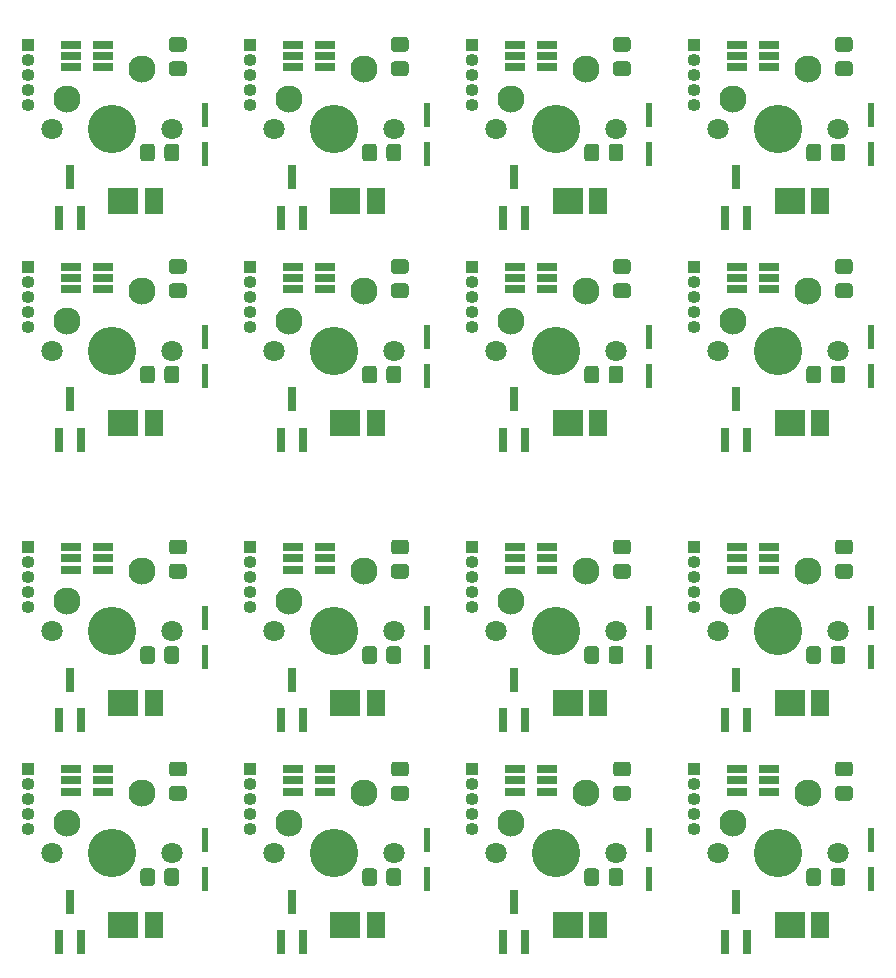
<source format=gbs>
%TF.GenerationSoftware,KiCad,Pcbnew,(5.1.6)-1*%
%TF.CreationDate,2021-05-22T18:41:59+09:00*%
%TF.ProjectId,TinyIR-Panel,54696e79-4952-42d5-9061-6e656c2e6b69,rev?*%
%TF.SameCoordinates,Original*%
%TF.FileFunction,Soldermask,Bot*%
%TF.FilePolarity,Negative*%
%FSLAX46Y46*%
G04 Gerber Fmt 4.6, Leading zero omitted, Abs format (unit mm)*
G04 Created by KiCad (PCBNEW (5.1.6)-1) date 2021-05-22 18:41:59*
%MOMM*%
%LPD*%
G01*
G04 APERTURE LIST*
%ADD10C,1.800000*%
%ADD11C,4.100000*%
%ADD12C,2.300000*%
%ADD13O,1.100000X1.100000*%
%ADD14R,1.100000X1.100000*%
%ADD15R,1.650000X2.300000*%
%ADD16R,2.600000X2.300000*%
%ADD17R,0.750000X2.100000*%
%ADD18R,0.600000X2.100000*%
%ADD19R,1.660000X0.750000*%
G04 APERTURE END LIST*
D10*
%TO.C,SW1*%
X155333000Y-111760000D03*
X145173000Y-111760000D03*
D11*
X150253000Y-111760000D03*
D12*
X146443000Y-109220000D03*
X152793000Y-106680000D03*
%TD*%
D13*
%TO.C,J1*%
X124341000Y-109728000D03*
X124341000Y-108458000D03*
X124341000Y-107188000D03*
X124341000Y-105918000D03*
D14*
X124341000Y-104648000D03*
%TD*%
D10*
%TO.C,SW1*%
X155333000Y-130560000D03*
X145173000Y-130560000D03*
D11*
X150253000Y-130560000D03*
D12*
X146443000Y-128020000D03*
X152793000Y-125480000D03*
%TD*%
D13*
%TO.C,J1*%
X105541000Y-109728000D03*
X105541000Y-108458000D03*
X105541000Y-107188000D03*
X105541000Y-105918000D03*
D14*
X105541000Y-104648000D03*
%TD*%
D10*
%TO.C,SW1*%
X98933000Y-130560000D03*
X88773000Y-130560000D03*
D11*
X93853000Y-130560000D03*
D12*
X90043000Y-128020000D03*
X96393000Y-125480000D03*
%TD*%
D10*
%TO.C,SW1*%
X117733000Y-130560000D03*
X107573000Y-130560000D03*
D11*
X112653000Y-130560000D03*
D12*
X108843000Y-128020000D03*
X115193000Y-125480000D03*
%TD*%
D10*
%TO.C,SW1*%
X136533000Y-130560000D03*
X126373000Y-130560000D03*
D11*
X131453000Y-130560000D03*
D12*
X127643000Y-128020000D03*
X133993000Y-125480000D03*
%TD*%
D10*
%TO.C,SW1*%
X117733000Y-111760000D03*
X107573000Y-111760000D03*
D11*
X112653000Y-111760000D03*
D12*
X108843000Y-109220000D03*
X115193000Y-106680000D03*
%TD*%
D10*
%TO.C,SW1*%
X136533000Y-111760000D03*
X126373000Y-111760000D03*
D11*
X131453000Y-111760000D03*
D12*
X127643000Y-109220000D03*
X133993000Y-106680000D03*
%TD*%
D13*
%TO.C,J1*%
X143141000Y-109728000D03*
X143141000Y-108458000D03*
X143141000Y-107188000D03*
X143141000Y-105918000D03*
D14*
X143141000Y-104648000D03*
%TD*%
%TO.C,R2*%
G36*
G01*
X98308000Y-133070262D02*
X98308000Y-132113738D01*
G75*
G02*
X98579738Y-131842000I271738J0D01*
G01*
X99286262Y-131842000D01*
G75*
G02*
X99558000Y-132113738I0J-271738D01*
G01*
X99558000Y-133070262D01*
G75*
G02*
X99286262Y-133342000I-271738J0D01*
G01*
X98579738Y-133342000D01*
G75*
G02*
X98308000Y-133070262I0J271738D01*
G01*
G37*
G36*
G01*
X96258000Y-133070262D02*
X96258000Y-132113738D01*
G75*
G02*
X96529738Y-131842000I271738J0D01*
G01*
X97236262Y-131842000D01*
G75*
G02*
X97508000Y-132113738I0J-271738D01*
G01*
X97508000Y-133070262D01*
G75*
G02*
X97236262Y-133342000I-271738J0D01*
G01*
X96529738Y-133342000D01*
G75*
G02*
X96258000Y-133070262I0J271738D01*
G01*
G37*
%TD*%
%TO.C,R2*%
G36*
G01*
X154708000Y-114270262D02*
X154708000Y-113313738D01*
G75*
G02*
X154979738Y-113042000I271738J0D01*
G01*
X155686262Y-113042000D01*
G75*
G02*
X155958000Y-113313738I0J-271738D01*
G01*
X155958000Y-114270262D01*
G75*
G02*
X155686262Y-114542000I-271738J0D01*
G01*
X154979738Y-114542000D01*
G75*
G02*
X154708000Y-114270262I0J271738D01*
G01*
G37*
G36*
G01*
X152658000Y-114270262D02*
X152658000Y-113313738D01*
G75*
G02*
X152929738Y-113042000I271738J0D01*
G01*
X153636262Y-113042000D01*
G75*
G02*
X153908000Y-113313738I0J-271738D01*
G01*
X153908000Y-114270262D01*
G75*
G02*
X153636262Y-114542000I-271738J0D01*
G01*
X152929738Y-114542000D01*
G75*
G02*
X152658000Y-114270262I0J271738D01*
G01*
G37*
%TD*%
D15*
%TO.C,D2*%
X116210000Y-136656000D03*
D16*
X113635000Y-136656000D03*
%TD*%
D17*
%TO.C,Q1*%
X127897000Y-134692000D03*
X126947000Y-138112000D03*
X128847000Y-138112000D03*
%TD*%
%TO.C,R2*%
G36*
G01*
X135908000Y-114270262D02*
X135908000Y-113313738D01*
G75*
G02*
X136179738Y-113042000I271738J0D01*
G01*
X136886262Y-113042000D01*
G75*
G02*
X137158000Y-113313738I0J-271738D01*
G01*
X137158000Y-114270262D01*
G75*
G02*
X136886262Y-114542000I-271738J0D01*
G01*
X136179738Y-114542000D01*
G75*
G02*
X135908000Y-114270262I0J271738D01*
G01*
G37*
G36*
G01*
X133858000Y-114270262D02*
X133858000Y-113313738D01*
G75*
G02*
X134129738Y-113042000I271738J0D01*
G01*
X134836262Y-113042000D01*
G75*
G02*
X135108000Y-113313738I0J-271738D01*
G01*
X135108000Y-114270262D01*
G75*
G02*
X134836262Y-114542000I-271738J0D01*
G01*
X134129738Y-114542000D01*
G75*
G02*
X133858000Y-114270262I0J271738D01*
G01*
G37*
%TD*%
%TO.C,R2*%
G36*
G01*
X117108000Y-133070262D02*
X117108000Y-132113738D01*
G75*
G02*
X117379738Y-131842000I271738J0D01*
G01*
X118086262Y-131842000D01*
G75*
G02*
X118358000Y-132113738I0J-271738D01*
G01*
X118358000Y-133070262D01*
G75*
G02*
X118086262Y-133342000I-271738J0D01*
G01*
X117379738Y-133342000D01*
G75*
G02*
X117108000Y-133070262I0J271738D01*
G01*
G37*
G36*
G01*
X115058000Y-133070262D02*
X115058000Y-132113738D01*
G75*
G02*
X115329738Y-131842000I271738J0D01*
G01*
X116036262Y-131842000D01*
G75*
G02*
X116308000Y-132113738I0J-271738D01*
G01*
X116308000Y-133070262D01*
G75*
G02*
X116036262Y-133342000I-271738J0D01*
G01*
X115329738Y-133342000D01*
G75*
G02*
X115058000Y-133070262I0J271738D01*
G01*
G37*
%TD*%
D15*
%TO.C,D2*%
X97410000Y-136656000D03*
D16*
X94835000Y-136656000D03*
%TD*%
D15*
%TO.C,D2*%
X153810000Y-117856000D03*
D16*
X151235000Y-117856000D03*
%TD*%
D15*
%TO.C,D2*%
X116210000Y-117856000D03*
D16*
X113635000Y-117856000D03*
%TD*%
%TO.C,R2*%
G36*
G01*
X135908000Y-133070262D02*
X135908000Y-132113738D01*
G75*
G02*
X136179738Y-131842000I271738J0D01*
G01*
X136886262Y-131842000D01*
G75*
G02*
X137158000Y-132113738I0J-271738D01*
G01*
X137158000Y-133070262D01*
G75*
G02*
X136886262Y-133342000I-271738J0D01*
G01*
X136179738Y-133342000D01*
G75*
G02*
X135908000Y-133070262I0J271738D01*
G01*
G37*
G36*
G01*
X133858000Y-133070262D02*
X133858000Y-132113738D01*
G75*
G02*
X134129738Y-131842000I271738J0D01*
G01*
X134836262Y-131842000D01*
G75*
G02*
X135108000Y-132113738I0J-271738D01*
G01*
X135108000Y-133070262D01*
G75*
G02*
X134836262Y-133342000I-271738J0D01*
G01*
X134129738Y-133342000D01*
G75*
G02*
X133858000Y-133070262I0J271738D01*
G01*
G37*
%TD*%
D15*
%TO.C,D2*%
X153810000Y-136656000D03*
D16*
X151235000Y-136656000D03*
%TD*%
%TO.C,R2*%
G36*
G01*
X154708000Y-133070262D02*
X154708000Y-132113738D01*
G75*
G02*
X154979738Y-131842000I271738J0D01*
G01*
X155686262Y-131842000D01*
G75*
G02*
X155958000Y-132113738I0J-271738D01*
G01*
X155958000Y-133070262D01*
G75*
G02*
X155686262Y-133342000I-271738J0D01*
G01*
X154979738Y-133342000D01*
G75*
G02*
X154708000Y-133070262I0J271738D01*
G01*
G37*
G36*
G01*
X152658000Y-133070262D02*
X152658000Y-132113738D01*
G75*
G02*
X152929738Y-131842000I271738J0D01*
G01*
X153636262Y-131842000D01*
G75*
G02*
X153908000Y-132113738I0J-271738D01*
G01*
X153908000Y-133070262D01*
G75*
G02*
X153636262Y-133342000I-271738J0D01*
G01*
X152929738Y-133342000D01*
G75*
G02*
X152658000Y-133070262I0J271738D01*
G01*
G37*
%TD*%
%TO.C,R2*%
G36*
G01*
X117108000Y-114270262D02*
X117108000Y-113313738D01*
G75*
G02*
X117379738Y-113042000I271738J0D01*
G01*
X118086262Y-113042000D01*
G75*
G02*
X118358000Y-113313738I0J-271738D01*
G01*
X118358000Y-114270262D01*
G75*
G02*
X118086262Y-114542000I-271738J0D01*
G01*
X117379738Y-114542000D01*
G75*
G02*
X117108000Y-114270262I0J271738D01*
G01*
G37*
G36*
G01*
X115058000Y-114270262D02*
X115058000Y-113313738D01*
G75*
G02*
X115329738Y-113042000I271738J0D01*
G01*
X116036262Y-113042000D01*
G75*
G02*
X116308000Y-113313738I0J-271738D01*
G01*
X116308000Y-114270262D01*
G75*
G02*
X116036262Y-114542000I-271738J0D01*
G01*
X115329738Y-114542000D01*
G75*
G02*
X115058000Y-114270262I0J271738D01*
G01*
G37*
%TD*%
D17*
%TO.C,Q1*%
X146697000Y-134692000D03*
X145747000Y-138112000D03*
X147647000Y-138112000D03*
%TD*%
D15*
%TO.C,D2*%
X135010000Y-136656000D03*
D16*
X132435000Y-136656000D03*
%TD*%
D15*
%TO.C,D2*%
X135010000Y-117856000D03*
D16*
X132435000Y-117856000D03*
%TD*%
%TO.C,D2*%
X94835000Y-117856000D03*
D15*
X97410000Y-117856000D03*
%TD*%
%TO.C,R2*%
G36*
G01*
X96258000Y-114270262D02*
X96258000Y-113313738D01*
G75*
G02*
X96529738Y-113042000I271738J0D01*
G01*
X97236262Y-113042000D01*
G75*
G02*
X97508000Y-113313738I0J-271738D01*
G01*
X97508000Y-114270262D01*
G75*
G02*
X97236262Y-114542000I-271738J0D01*
G01*
X96529738Y-114542000D01*
G75*
G02*
X96258000Y-114270262I0J271738D01*
G01*
G37*
G36*
G01*
X98308000Y-114270262D02*
X98308000Y-113313738D01*
G75*
G02*
X98579738Y-113042000I271738J0D01*
G01*
X99286262Y-113042000D01*
G75*
G02*
X99558000Y-113313738I0J-271738D01*
G01*
X99558000Y-114270262D01*
G75*
G02*
X99286262Y-114542000I-271738J0D01*
G01*
X98579738Y-114542000D01*
G75*
G02*
X98308000Y-114270262I0J271738D01*
G01*
G37*
%TD*%
D17*
%TO.C,Q1*%
X91247000Y-119312000D03*
X89347000Y-119312000D03*
X90297000Y-115892000D03*
%TD*%
D18*
%TO.C,BT1*%
X101727000Y-113918000D03*
X101727000Y-110618000D03*
%TD*%
D14*
%TO.C,J1*%
X86741000Y-104648000D03*
D13*
X86741000Y-105918000D03*
X86741000Y-107188000D03*
X86741000Y-108458000D03*
X86741000Y-109728000D03*
%TD*%
D12*
%TO.C,SW1*%
X96393000Y-106680000D03*
X90043000Y-109220000D03*
D11*
X93853000Y-111760000D03*
D10*
X88773000Y-111760000D03*
X98933000Y-111760000D03*
%TD*%
D19*
%TO.C,U1*%
X90391000Y-106548000D03*
X90391000Y-105598000D03*
X90391000Y-104648000D03*
X93091000Y-104648000D03*
X93091000Y-106548000D03*
X93091000Y-105598000D03*
%TD*%
%TO.C,R1*%
G36*
G01*
X98962738Y-104014000D02*
X99919262Y-104014000D01*
G75*
G02*
X100191000Y-104285738I0J-271738D01*
G01*
X100191000Y-104992262D01*
G75*
G02*
X99919262Y-105264000I-271738J0D01*
G01*
X98962738Y-105264000D01*
G75*
G02*
X98691000Y-104992262I0J271738D01*
G01*
X98691000Y-104285738D01*
G75*
G02*
X98962738Y-104014000I271738J0D01*
G01*
G37*
G36*
G01*
X98962738Y-106064000D02*
X99919262Y-106064000D01*
G75*
G02*
X100191000Y-106335738I0J-271738D01*
G01*
X100191000Y-107042262D01*
G75*
G02*
X99919262Y-107314000I-271738J0D01*
G01*
X98962738Y-107314000D01*
G75*
G02*
X98691000Y-107042262I0J271738D01*
G01*
X98691000Y-106335738D01*
G75*
G02*
X98962738Y-106064000I271738J0D01*
G01*
G37*
%TD*%
%TO.C,U1*%
X149491000Y-105598000D03*
X149491000Y-106548000D03*
X149491000Y-104648000D03*
X146791000Y-104648000D03*
X146791000Y-105598000D03*
X146791000Y-106548000D03*
%TD*%
%TO.C,R1*%
G36*
G01*
X117762738Y-106064000D02*
X118719262Y-106064000D01*
G75*
G02*
X118991000Y-106335738I0J-271738D01*
G01*
X118991000Y-107042262D01*
G75*
G02*
X118719262Y-107314000I-271738J0D01*
G01*
X117762738Y-107314000D01*
G75*
G02*
X117491000Y-107042262I0J271738D01*
G01*
X117491000Y-106335738D01*
G75*
G02*
X117762738Y-106064000I271738J0D01*
G01*
G37*
G36*
G01*
X117762738Y-104014000D02*
X118719262Y-104014000D01*
G75*
G02*
X118991000Y-104285738I0J-271738D01*
G01*
X118991000Y-104992262D01*
G75*
G02*
X118719262Y-105264000I-271738J0D01*
G01*
X117762738Y-105264000D01*
G75*
G02*
X117491000Y-104992262I0J271738D01*
G01*
X117491000Y-104285738D01*
G75*
G02*
X117762738Y-104014000I271738J0D01*
G01*
G37*
%TD*%
%TO.C,U1*%
X130691000Y-124398000D03*
X130691000Y-125348000D03*
X130691000Y-123448000D03*
X127991000Y-123448000D03*
X127991000Y-124398000D03*
X127991000Y-125348000D03*
%TD*%
%TO.C,U1*%
X111891000Y-124398000D03*
X111891000Y-125348000D03*
X111891000Y-123448000D03*
X109191000Y-123448000D03*
X109191000Y-124398000D03*
X109191000Y-125348000D03*
%TD*%
%TO.C,U1*%
X93091000Y-124398000D03*
X93091000Y-125348000D03*
X93091000Y-123448000D03*
X90391000Y-123448000D03*
X90391000Y-124398000D03*
X90391000Y-125348000D03*
%TD*%
%TO.C,U1*%
X130691000Y-105598000D03*
X130691000Y-106548000D03*
X130691000Y-104648000D03*
X127991000Y-104648000D03*
X127991000Y-105598000D03*
X127991000Y-106548000D03*
%TD*%
%TO.C,U1*%
X111891000Y-105598000D03*
X111891000Y-106548000D03*
X111891000Y-104648000D03*
X109191000Y-104648000D03*
X109191000Y-105598000D03*
X109191000Y-106548000D03*
%TD*%
%TO.C,R1*%
G36*
G01*
X155362738Y-106064000D02*
X156319262Y-106064000D01*
G75*
G02*
X156591000Y-106335738I0J-271738D01*
G01*
X156591000Y-107042262D01*
G75*
G02*
X156319262Y-107314000I-271738J0D01*
G01*
X155362738Y-107314000D01*
G75*
G02*
X155091000Y-107042262I0J271738D01*
G01*
X155091000Y-106335738D01*
G75*
G02*
X155362738Y-106064000I271738J0D01*
G01*
G37*
G36*
G01*
X155362738Y-104014000D02*
X156319262Y-104014000D01*
G75*
G02*
X156591000Y-104285738I0J-271738D01*
G01*
X156591000Y-104992262D01*
G75*
G02*
X156319262Y-105264000I-271738J0D01*
G01*
X155362738Y-105264000D01*
G75*
G02*
X155091000Y-104992262I0J271738D01*
G01*
X155091000Y-104285738D01*
G75*
G02*
X155362738Y-104014000I271738J0D01*
G01*
G37*
%TD*%
%TO.C,R1*%
G36*
G01*
X155362738Y-124864000D02*
X156319262Y-124864000D01*
G75*
G02*
X156591000Y-125135738I0J-271738D01*
G01*
X156591000Y-125842262D01*
G75*
G02*
X156319262Y-126114000I-271738J0D01*
G01*
X155362738Y-126114000D01*
G75*
G02*
X155091000Y-125842262I0J271738D01*
G01*
X155091000Y-125135738D01*
G75*
G02*
X155362738Y-124864000I271738J0D01*
G01*
G37*
G36*
G01*
X155362738Y-122814000D02*
X156319262Y-122814000D01*
G75*
G02*
X156591000Y-123085738I0J-271738D01*
G01*
X156591000Y-123792262D01*
G75*
G02*
X156319262Y-124064000I-271738J0D01*
G01*
X155362738Y-124064000D01*
G75*
G02*
X155091000Y-123792262I0J271738D01*
G01*
X155091000Y-123085738D01*
G75*
G02*
X155362738Y-122814000I271738J0D01*
G01*
G37*
%TD*%
%TO.C,R1*%
G36*
G01*
X117762738Y-124864000D02*
X118719262Y-124864000D01*
G75*
G02*
X118991000Y-125135738I0J-271738D01*
G01*
X118991000Y-125842262D01*
G75*
G02*
X118719262Y-126114000I-271738J0D01*
G01*
X117762738Y-126114000D01*
G75*
G02*
X117491000Y-125842262I0J271738D01*
G01*
X117491000Y-125135738D01*
G75*
G02*
X117762738Y-124864000I271738J0D01*
G01*
G37*
G36*
G01*
X117762738Y-122814000D02*
X118719262Y-122814000D01*
G75*
G02*
X118991000Y-123085738I0J-271738D01*
G01*
X118991000Y-123792262D01*
G75*
G02*
X118719262Y-124064000I-271738J0D01*
G01*
X117762738Y-124064000D01*
G75*
G02*
X117491000Y-123792262I0J271738D01*
G01*
X117491000Y-123085738D01*
G75*
G02*
X117762738Y-122814000I271738J0D01*
G01*
G37*
%TD*%
%TO.C,R1*%
G36*
G01*
X98962738Y-124864000D02*
X99919262Y-124864000D01*
G75*
G02*
X100191000Y-125135738I0J-271738D01*
G01*
X100191000Y-125842262D01*
G75*
G02*
X99919262Y-126114000I-271738J0D01*
G01*
X98962738Y-126114000D01*
G75*
G02*
X98691000Y-125842262I0J271738D01*
G01*
X98691000Y-125135738D01*
G75*
G02*
X98962738Y-124864000I271738J0D01*
G01*
G37*
G36*
G01*
X98962738Y-122814000D02*
X99919262Y-122814000D01*
G75*
G02*
X100191000Y-123085738I0J-271738D01*
G01*
X100191000Y-123792262D01*
G75*
G02*
X99919262Y-124064000I-271738J0D01*
G01*
X98962738Y-124064000D01*
G75*
G02*
X98691000Y-123792262I0J271738D01*
G01*
X98691000Y-123085738D01*
G75*
G02*
X98962738Y-122814000I271738J0D01*
G01*
G37*
%TD*%
%TO.C,R1*%
G36*
G01*
X136562738Y-106064000D02*
X137519262Y-106064000D01*
G75*
G02*
X137791000Y-106335738I0J-271738D01*
G01*
X137791000Y-107042262D01*
G75*
G02*
X137519262Y-107314000I-271738J0D01*
G01*
X136562738Y-107314000D01*
G75*
G02*
X136291000Y-107042262I0J271738D01*
G01*
X136291000Y-106335738D01*
G75*
G02*
X136562738Y-106064000I271738J0D01*
G01*
G37*
G36*
G01*
X136562738Y-104014000D02*
X137519262Y-104014000D01*
G75*
G02*
X137791000Y-104285738I0J-271738D01*
G01*
X137791000Y-104992262D01*
G75*
G02*
X137519262Y-105264000I-271738J0D01*
G01*
X136562738Y-105264000D01*
G75*
G02*
X136291000Y-104992262I0J271738D01*
G01*
X136291000Y-104285738D01*
G75*
G02*
X136562738Y-104014000I271738J0D01*
G01*
G37*
%TD*%
%TO.C,R1*%
G36*
G01*
X136562738Y-124864000D02*
X137519262Y-124864000D01*
G75*
G02*
X137791000Y-125135738I0J-271738D01*
G01*
X137791000Y-125842262D01*
G75*
G02*
X137519262Y-126114000I-271738J0D01*
G01*
X136562738Y-126114000D01*
G75*
G02*
X136291000Y-125842262I0J271738D01*
G01*
X136291000Y-125135738D01*
G75*
G02*
X136562738Y-124864000I271738J0D01*
G01*
G37*
G36*
G01*
X136562738Y-122814000D02*
X137519262Y-122814000D01*
G75*
G02*
X137791000Y-123085738I0J-271738D01*
G01*
X137791000Y-123792262D01*
G75*
G02*
X137519262Y-124064000I-271738J0D01*
G01*
X136562738Y-124064000D01*
G75*
G02*
X136291000Y-123792262I0J271738D01*
G01*
X136291000Y-123085738D01*
G75*
G02*
X136562738Y-122814000I271738J0D01*
G01*
G37*
%TD*%
%TO.C,U1*%
X149491000Y-124398000D03*
X149491000Y-125348000D03*
X149491000Y-123448000D03*
X146791000Y-123448000D03*
X146791000Y-124398000D03*
X146791000Y-125348000D03*
%TD*%
D17*
%TO.C,Q1*%
X109097000Y-134692000D03*
X108147000Y-138112000D03*
X110047000Y-138112000D03*
%TD*%
D18*
%TO.C,BT1*%
X158127000Y-129418000D03*
X158127000Y-132718000D03*
%TD*%
%TO.C,BT1*%
X158127000Y-110618000D03*
X158127000Y-113918000D03*
%TD*%
D13*
%TO.C,J1*%
X143141000Y-128528000D03*
X143141000Y-127258000D03*
X143141000Y-125988000D03*
X143141000Y-124718000D03*
D14*
X143141000Y-123448000D03*
%TD*%
D13*
%TO.C,J1*%
X105541000Y-128528000D03*
X105541000Y-127258000D03*
X105541000Y-125988000D03*
X105541000Y-124718000D03*
D14*
X105541000Y-123448000D03*
%TD*%
D18*
%TO.C,BT1*%
X120527000Y-129418000D03*
X120527000Y-132718000D03*
%TD*%
D17*
%TO.C,Q1*%
X90297000Y-134692000D03*
X89347000Y-138112000D03*
X91247000Y-138112000D03*
%TD*%
%TO.C,Q1*%
X146697000Y-115892000D03*
X145747000Y-119312000D03*
X147647000Y-119312000D03*
%TD*%
%TO.C,Q1*%
X127897000Y-115892000D03*
X126947000Y-119312000D03*
X128847000Y-119312000D03*
%TD*%
D18*
%TO.C,BT1*%
X139327000Y-129418000D03*
X139327000Y-132718000D03*
%TD*%
D13*
%TO.C,J1*%
X124341000Y-128528000D03*
X124341000Y-127258000D03*
X124341000Y-125988000D03*
X124341000Y-124718000D03*
D14*
X124341000Y-123448000D03*
%TD*%
D18*
%TO.C,BT1*%
X101727000Y-129418000D03*
X101727000Y-132718000D03*
%TD*%
D13*
%TO.C,J1*%
X86741000Y-128528000D03*
X86741000Y-127258000D03*
X86741000Y-125988000D03*
X86741000Y-124718000D03*
D14*
X86741000Y-123448000D03*
%TD*%
D17*
%TO.C,Q1*%
X109097000Y-115892000D03*
X108147000Y-119312000D03*
X110047000Y-119312000D03*
%TD*%
D18*
%TO.C,BT1*%
X139327000Y-110618000D03*
X139327000Y-113918000D03*
%TD*%
%TO.C,BT1*%
X120527000Y-110618000D03*
X120527000Y-113918000D03*
%TD*%
D16*
%TO.C,D2*%
X151235000Y-94111000D03*
D15*
X153810000Y-94111000D03*
%TD*%
D16*
%TO.C,D2*%
X132435000Y-94111000D03*
D15*
X135010000Y-94111000D03*
%TD*%
D16*
%TO.C,D2*%
X113635000Y-94111000D03*
D15*
X116210000Y-94111000D03*
%TD*%
D16*
%TO.C,D2*%
X94835000Y-94111000D03*
D15*
X97410000Y-94111000D03*
%TD*%
D16*
%TO.C,D2*%
X151235000Y-75311000D03*
D15*
X153810000Y-75311000D03*
%TD*%
D16*
%TO.C,D2*%
X132435000Y-75311000D03*
D15*
X135010000Y-75311000D03*
%TD*%
D16*
%TO.C,D2*%
X113635000Y-75311000D03*
D15*
X116210000Y-75311000D03*
%TD*%
%TO.C,R2*%
G36*
G01*
X152658000Y-90525262D02*
X152658000Y-89568738D01*
G75*
G02*
X152929738Y-89297000I271738J0D01*
G01*
X153636262Y-89297000D01*
G75*
G02*
X153908000Y-89568738I0J-271738D01*
G01*
X153908000Y-90525262D01*
G75*
G02*
X153636262Y-90797000I-271738J0D01*
G01*
X152929738Y-90797000D01*
G75*
G02*
X152658000Y-90525262I0J271738D01*
G01*
G37*
G36*
G01*
X154708000Y-90525262D02*
X154708000Y-89568738D01*
G75*
G02*
X154979738Y-89297000I271738J0D01*
G01*
X155686262Y-89297000D01*
G75*
G02*
X155958000Y-89568738I0J-271738D01*
G01*
X155958000Y-90525262D01*
G75*
G02*
X155686262Y-90797000I-271738J0D01*
G01*
X154979738Y-90797000D01*
G75*
G02*
X154708000Y-90525262I0J271738D01*
G01*
G37*
%TD*%
%TO.C,R2*%
G36*
G01*
X133858000Y-90525262D02*
X133858000Y-89568738D01*
G75*
G02*
X134129738Y-89297000I271738J0D01*
G01*
X134836262Y-89297000D01*
G75*
G02*
X135108000Y-89568738I0J-271738D01*
G01*
X135108000Y-90525262D01*
G75*
G02*
X134836262Y-90797000I-271738J0D01*
G01*
X134129738Y-90797000D01*
G75*
G02*
X133858000Y-90525262I0J271738D01*
G01*
G37*
G36*
G01*
X135908000Y-90525262D02*
X135908000Y-89568738D01*
G75*
G02*
X136179738Y-89297000I271738J0D01*
G01*
X136886262Y-89297000D01*
G75*
G02*
X137158000Y-89568738I0J-271738D01*
G01*
X137158000Y-90525262D01*
G75*
G02*
X136886262Y-90797000I-271738J0D01*
G01*
X136179738Y-90797000D01*
G75*
G02*
X135908000Y-90525262I0J271738D01*
G01*
G37*
%TD*%
%TO.C,R2*%
G36*
G01*
X115058000Y-90525262D02*
X115058000Y-89568738D01*
G75*
G02*
X115329738Y-89297000I271738J0D01*
G01*
X116036262Y-89297000D01*
G75*
G02*
X116308000Y-89568738I0J-271738D01*
G01*
X116308000Y-90525262D01*
G75*
G02*
X116036262Y-90797000I-271738J0D01*
G01*
X115329738Y-90797000D01*
G75*
G02*
X115058000Y-90525262I0J271738D01*
G01*
G37*
G36*
G01*
X117108000Y-90525262D02*
X117108000Y-89568738D01*
G75*
G02*
X117379738Y-89297000I271738J0D01*
G01*
X118086262Y-89297000D01*
G75*
G02*
X118358000Y-89568738I0J-271738D01*
G01*
X118358000Y-90525262D01*
G75*
G02*
X118086262Y-90797000I-271738J0D01*
G01*
X117379738Y-90797000D01*
G75*
G02*
X117108000Y-90525262I0J271738D01*
G01*
G37*
%TD*%
%TO.C,R2*%
G36*
G01*
X96258000Y-90525262D02*
X96258000Y-89568738D01*
G75*
G02*
X96529738Y-89297000I271738J0D01*
G01*
X97236262Y-89297000D01*
G75*
G02*
X97508000Y-89568738I0J-271738D01*
G01*
X97508000Y-90525262D01*
G75*
G02*
X97236262Y-90797000I-271738J0D01*
G01*
X96529738Y-90797000D01*
G75*
G02*
X96258000Y-90525262I0J271738D01*
G01*
G37*
G36*
G01*
X98308000Y-90525262D02*
X98308000Y-89568738D01*
G75*
G02*
X98579738Y-89297000I271738J0D01*
G01*
X99286262Y-89297000D01*
G75*
G02*
X99558000Y-89568738I0J-271738D01*
G01*
X99558000Y-90525262D01*
G75*
G02*
X99286262Y-90797000I-271738J0D01*
G01*
X98579738Y-90797000D01*
G75*
G02*
X98308000Y-90525262I0J271738D01*
G01*
G37*
%TD*%
%TO.C,R2*%
G36*
G01*
X152658000Y-71725262D02*
X152658000Y-70768738D01*
G75*
G02*
X152929738Y-70497000I271738J0D01*
G01*
X153636262Y-70497000D01*
G75*
G02*
X153908000Y-70768738I0J-271738D01*
G01*
X153908000Y-71725262D01*
G75*
G02*
X153636262Y-71997000I-271738J0D01*
G01*
X152929738Y-71997000D01*
G75*
G02*
X152658000Y-71725262I0J271738D01*
G01*
G37*
G36*
G01*
X154708000Y-71725262D02*
X154708000Y-70768738D01*
G75*
G02*
X154979738Y-70497000I271738J0D01*
G01*
X155686262Y-70497000D01*
G75*
G02*
X155958000Y-70768738I0J-271738D01*
G01*
X155958000Y-71725262D01*
G75*
G02*
X155686262Y-71997000I-271738J0D01*
G01*
X154979738Y-71997000D01*
G75*
G02*
X154708000Y-71725262I0J271738D01*
G01*
G37*
%TD*%
%TO.C,R2*%
G36*
G01*
X133858000Y-71725262D02*
X133858000Y-70768738D01*
G75*
G02*
X134129738Y-70497000I271738J0D01*
G01*
X134836262Y-70497000D01*
G75*
G02*
X135108000Y-70768738I0J-271738D01*
G01*
X135108000Y-71725262D01*
G75*
G02*
X134836262Y-71997000I-271738J0D01*
G01*
X134129738Y-71997000D01*
G75*
G02*
X133858000Y-71725262I0J271738D01*
G01*
G37*
G36*
G01*
X135908000Y-71725262D02*
X135908000Y-70768738D01*
G75*
G02*
X136179738Y-70497000I271738J0D01*
G01*
X136886262Y-70497000D01*
G75*
G02*
X137158000Y-70768738I0J-271738D01*
G01*
X137158000Y-71725262D01*
G75*
G02*
X136886262Y-71997000I-271738J0D01*
G01*
X136179738Y-71997000D01*
G75*
G02*
X135908000Y-71725262I0J271738D01*
G01*
G37*
%TD*%
%TO.C,R2*%
G36*
G01*
X115058000Y-71725262D02*
X115058000Y-70768738D01*
G75*
G02*
X115329738Y-70497000I271738J0D01*
G01*
X116036262Y-70497000D01*
G75*
G02*
X116308000Y-70768738I0J-271738D01*
G01*
X116308000Y-71725262D01*
G75*
G02*
X116036262Y-71997000I-271738J0D01*
G01*
X115329738Y-71997000D01*
G75*
G02*
X115058000Y-71725262I0J271738D01*
G01*
G37*
G36*
G01*
X117108000Y-71725262D02*
X117108000Y-70768738D01*
G75*
G02*
X117379738Y-70497000I271738J0D01*
G01*
X118086262Y-70497000D01*
G75*
G02*
X118358000Y-70768738I0J-271738D01*
G01*
X118358000Y-71725262D01*
G75*
G02*
X118086262Y-71997000I-271738J0D01*
G01*
X117379738Y-71997000D01*
G75*
G02*
X117108000Y-71725262I0J271738D01*
G01*
G37*
%TD*%
D17*
%TO.C,Q1*%
X147647000Y-95567000D03*
X145747000Y-95567000D03*
X146697000Y-92147000D03*
%TD*%
%TO.C,Q1*%
X128847000Y-95567000D03*
X126947000Y-95567000D03*
X127897000Y-92147000D03*
%TD*%
%TO.C,Q1*%
X110047000Y-95567000D03*
X108147000Y-95567000D03*
X109097000Y-92147000D03*
%TD*%
%TO.C,Q1*%
X91247000Y-95567000D03*
X89347000Y-95567000D03*
X90297000Y-92147000D03*
%TD*%
%TO.C,Q1*%
X147647000Y-76767000D03*
X145747000Y-76767000D03*
X146697000Y-73347000D03*
%TD*%
%TO.C,Q1*%
X128847000Y-76767000D03*
X126947000Y-76767000D03*
X127897000Y-73347000D03*
%TD*%
%TO.C,Q1*%
X110047000Y-76767000D03*
X108147000Y-76767000D03*
X109097000Y-73347000D03*
%TD*%
D18*
%TO.C,BT1*%
X158127000Y-90173000D03*
X158127000Y-86873000D03*
%TD*%
%TO.C,BT1*%
X139327000Y-90173000D03*
X139327000Y-86873000D03*
%TD*%
%TO.C,BT1*%
X120527000Y-90173000D03*
X120527000Y-86873000D03*
%TD*%
%TO.C,BT1*%
X101727000Y-90173000D03*
X101727000Y-86873000D03*
%TD*%
%TO.C,BT1*%
X158127000Y-71373000D03*
X158127000Y-68073000D03*
%TD*%
%TO.C,BT1*%
X139327000Y-71373000D03*
X139327000Y-68073000D03*
%TD*%
%TO.C,BT1*%
X120527000Y-71373000D03*
X120527000Y-68073000D03*
%TD*%
D14*
%TO.C,J1*%
X143141000Y-80903000D03*
D13*
X143141000Y-82173000D03*
X143141000Y-83443000D03*
X143141000Y-84713000D03*
X143141000Y-85983000D03*
%TD*%
D14*
%TO.C,J1*%
X124341000Y-80903000D03*
D13*
X124341000Y-82173000D03*
X124341000Y-83443000D03*
X124341000Y-84713000D03*
X124341000Y-85983000D03*
%TD*%
D14*
%TO.C,J1*%
X105541000Y-80903000D03*
D13*
X105541000Y-82173000D03*
X105541000Y-83443000D03*
X105541000Y-84713000D03*
X105541000Y-85983000D03*
%TD*%
D14*
%TO.C,J1*%
X86741000Y-80903000D03*
D13*
X86741000Y-82173000D03*
X86741000Y-83443000D03*
X86741000Y-84713000D03*
X86741000Y-85983000D03*
%TD*%
D14*
%TO.C,J1*%
X143141000Y-62103000D03*
D13*
X143141000Y-63373000D03*
X143141000Y-64643000D03*
X143141000Y-65913000D03*
X143141000Y-67183000D03*
%TD*%
D14*
%TO.C,J1*%
X124341000Y-62103000D03*
D13*
X124341000Y-63373000D03*
X124341000Y-64643000D03*
X124341000Y-65913000D03*
X124341000Y-67183000D03*
%TD*%
D14*
%TO.C,J1*%
X105541000Y-62103000D03*
D13*
X105541000Y-63373000D03*
X105541000Y-64643000D03*
X105541000Y-65913000D03*
X105541000Y-67183000D03*
%TD*%
D12*
%TO.C,SW1*%
X152793000Y-82935000D03*
X146443000Y-85475000D03*
D11*
X150253000Y-88015000D03*
D10*
X145173000Y-88015000D03*
X155333000Y-88015000D03*
%TD*%
D12*
%TO.C,SW1*%
X133993000Y-82935000D03*
X127643000Y-85475000D03*
D11*
X131453000Y-88015000D03*
D10*
X126373000Y-88015000D03*
X136533000Y-88015000D03*
%TD*%
D12*
%TO.C,SW1*%
X115193000Y-82935000D03*
X108843000Y-85475000D03*
D11*
X112653000Y-88015000D03*
D10*
X107573000Y-88015000D03*
X117733000Y-88015000D03*
%TD*%
D12*
%TO.C,SW1*%
X96393000Y-82935000D03*
X90043000Y-85475000D03*
D11*
X93853000Y-88015000D03*
D10*
X88773000Y-88015000D03*
X98933000Y-88015000D03*
%TD*%
D12*
%TO.C,SW1*%
X152793000Y-64135000D03*
X146443000Y-66675000D03*
D11*
X150253000Y-69215000D03*
D10*
X145173000Y-69215000D03*
X155333000Y-69215000D03*
%TD*%
D12*
%TO.C,SW1*%
X133993000Y-64135000D03*
X127643000Y-66675000D03*
D11*
X131453000Y-69215000D03*
D10*
X126373000Y-69215000D03*
X136533000Y-69215000D03*
%TD*%
D12*
%TO.C,SW1*%
X115193000Y-64135000D03*
X108843000Y-66675000D03*
D11*
X112653000Y-69215000D03*
D10*
X107573000Y-69215000D03*
X117733000Y-69215000D03*
%TD*%
D19*
%TO.C,U1*%
X146791000Y-82803000D03*
X146791000Y-81853000D03*
X146791000Y-80903000D03*
X149491000Y-80903000D03*
X149491000Y-82803000D03*
X149491000Y-81853000D03*
%TD*%
%TO.C,U1*%
X127991000Y-82803000D03*
X127991000Y-81853000D03*
X127991000Y-80903000D03*
X130691000Y-80903000D03*
X130691000Y-82803000D03*
X130691000Y-81853000D03*
%TD*%
%TO.C,U1*%
X109191000Y-82803000D03*
X109191000Y-81853000D03*
X109191000Y-80903000D03*
X111891000Y-80903000D03*
X111891000Y-82803000D03*
X111891000Y-81853000D03*
%TD*%
%TO.C,U1*%
X90391000Y-82803000D03*
X90391000Y-81853000D03*
X90391000Y-80903000D03*
X93091000Y-80903000D03*
X93091000Y-82803000D03*
X93091000Y-81853000D03*
%TD*%
%TO.C,U1*%
X146791000Y-64003000D03*
X146791000Y-63053000D03*
X146791000Y-62103000D03*
X149491000Y-62103000D03*
X149491000Y-64003000D03*
X149491000Y-63053000D03*
%TD*%
%TO.C,U1*%
X127991000Y-64003000D03*
X127991000Y-63053000D03*
X127991000Y-62103000D03*
X130691000Y-62103000D03*
X130691000Y-64003000D03*
X130691000Y-63053000D03*
%TD*%
%TO.C,U1*%
X109191000Y-64003000D03*
X109191000Y-63053000D03*
X109191000Y-62103000D03*
X111891000Y-62103000D03*
X111891000Y-64003000D03*
X111891000Y-63053000D03*
%TD*%
%TO.C,R1*%
G36*
G01*
X155362738Y-80269000D02*
X156319262Y-80269000D01*
G75*
G02*
X156591000Y-80540738I0J-271738D01*
G01*
X156591000Y-81247262D01*
G75*
G02*
X156319262Y-81519000I-271738J0D01*
G01*
X155362738Y-81519000D01*
G75*
G02*
X155091000Y-81247262I0J271738D01*
G01*
X155091000Y-80540738D01*
G75*
G02*
X155362738Y-80269000I271738J0D01*
G01*
G37*
G36*
G01*
X155362738Y-82319000D02*
X156319262Y-82319000D01*
G75*
G02*
X156591000Y-82590738I0J-271738D01*
G01*
X156591000Y-83297262D01*
G75*
G02*
X156319262Y-83569000I-271738J0D01*
G01*
X155362738Y-83569000D01*
G75*
G02*
X155091000Y-83297262I0J271738D01*
G01*
X155091000Y-82590738D01*
G75*
G02*
X155362738Y-82319000I271738J0D01*
G01*
G37*
%TD*%
%TO.C,R1*%
G36*
G01*
X136562738Y-80269000D02*
X137519262Y-80269000D01*
G75*
G02*
X137791000Y-80540738I0J-271738D01*
G01*
X137791000Y-81247262D01*
G75*
G02*
X137519262Y-81519000I-271738J0D01*
G01*
X136562738Y-81519000D01*
G75*
G02*
X136291000Y-81247262I0J271738D01*
G01*
X136291000Y-80540738D01*
G75*
G02*
X136562738Y-80269000I271738J0D01*
G01*
G37*
G36*
G01*
X136562738Y-82319000D02*
X137519262Y-82319000D01*
G75*
G02*
X137791000Y-82590738I0J-271738D01*
G01*
X137791000Y-83297262D01*
G75*
G02*
X137519262Y-83569000I-271738J0D01*
G01*
X136562738Y-83569000D01*
G75*
G02*
X136291000Y-83297262I0J271738D01*
G01*
X136291000Y-82590738D01*
G75*
G02*
X136562738Y-82319000I271738J0D01*
G01*
G37*
%TD*%
%TO.C,R1*%
G36*
G01*
X117762738Y-80269000D02*
X118719262Y-80269000D01*
G75*
G02*
X118991000Y-80540738I0J-271738D01*
G01*
X118991000Y-81247262D01*
G75*
G02*
X118719262Y-81519000I-271738J0D01*
G01*
X117762738Y-81519000D01*
G75*
G02*
X117491000Y-81247262I0J271738D01*
G01*
X117491000Y-80540738D01*
G75*
G02*
X117762738Y-80269000I271738J0D01*
G01*
G37*
G36*
G01*
X117762738Y-82319000D02*
X118719262Y-82319000D01*
G75*
G02*
X118991000Y-82590738I0J-271738D01*
G01*
X118991000Y-83297262D01*
G75*
G02*
X118719262Y-83569000I-271738J0D01*
G01*
X117762738Y-83569000D01*
G75*
G02*
X117491000Y-83297262I0J271738D01*
G01*
X117491000Y-82590738D01*
G75*
G02*
X117762738Y-82319000I271738J0D01*
G01*
G37*
%TD*%
%TO.C,R1*%
G36*
G01*
X98962738Y-80269000D02*
X99919262Y-80269000D01*
G75*
G02*
X100191000Y-80540738I0J-271738D01*
G01*
X100191000Y-81247262D01*
G75*
G02*
X99919262Y-81519000I-271738J0D01*
G01*
X98962738Y-81519000D01*
G75*
G02*
X98691000Y-81247262I0J271738D01*
G01*
X98691000Y-80540738D01*
G75*
G02*
X98962738Y-80269000I271738J0D01*
G01*
G37*
G36*
G01*
X98962738Y-82319000D02*
X99919262Y-82319000D01*
G75*
G02*
X100191000Y-82590738I0J-271738D01*
G01*
X100191000Y-83297262D01*
G75*
G02*
X99919262Y-83569000I-271738J0D01*
G01*
X98962738Y-83569000D01*
G75*
G02*
X98691000Y-83297262I0J271738D01*
G01*
X98691000Y-82590738D01*
G75*
G02*
X98962738Y-82319000I271738J0D01*
G01*
G37*
%TD*%
%TO.C,R1*%
G36*
G01*
X155362738Y-61469000D02*
X156319262Y-61469000D01*
G75*
G02*
X156591000Y-61740738I0J-271738D01*
G01*
X156591000Y-62447262D01*
G75*
G02*
X156319262Y-62719000I-271738J0D01*
G01*
X155362738Y-62719000D01*
G75*
G02*
X155091000Y-62447262I0J271738D01*
G01*
X155091000Y-61740738D01*
G75*
G02*
X155362738Y-61469000I271738J0D01*
G01*
G37*
G36*
G01*
X155362738Y-63519000D02*
X156319262Y-63519000D01*
G75*
G02*
X156591000Y-63790738I0J-271738D01*
G01*
X156591000Y-64497262D01*
G75*
G02*
X156319262Y-64769000I-271738J0D01*
G01*
X155362738Y-64769000D01*
G75*
G02*
X155091000Y-64497262I0J271738D01*
G01*
X155091000Y-63790738D01*
G75*
G02*
X155362738Y-63519000I271738J0D01*
G01*
G37*
%TD*%
%TO.C,R1*%
G36*
G01*
X136562738Y-61469000D02*
X137519262Y-61469000D01*
G75*
G02*
X137791000Y-61740738I0J-271738D01*
G01*
X137791000Y-62447262D01*
G75*
G02*
X137519262Y-62719000I-271738J0D01*
G01*
X136562738Y-62719000D01*
G75*
G02*
X136291000Y-62447262I0J271738D01*
G01*
X136291000Y-61740738D01*
G75*
G02*
X136562738Y-61469000I271738J0D01*
G01*
G37*
G36*
G01*
X136562738Y-63519000D02*
X137519262Y-63519000D01*
G75*
G02*
X137791000Y-63790738I0J-271738D01*
G01*
X137791000Y-64497262D01*
G75*
G02*
X137519262Y-64769000I-271738J0D01*
G01*
X136562738Y-64769000D01*
G75*
G02*
X136291000Y-64497262I0J271738D01*
G01*
X136291000Y-63790738D01*
G75*
G02*
X136562738Y-63519000I271738J0D01*
G01*
G37*
%TD*%
%TO.C,R1*%
G36*
G01*
X117762738Y-61469000D02*
X118719262Y-61469000D01*
G75*
G02*
X118991000Y-61740738I0J-271738D01*
G01*
X118991000Y-62447262D01*
G75*
G02*
X118719262Y-62719000I-271738J0D01*
G01*
X117762738Y-62719000D01*
G75*
G02*
X117491000Y-62447262I0J271738D01*
G01*
X117491000Y-61740738D01*
G75*
G02*
X117762738Y-61469000I271738J0D01*
G01*
G37*
G36*
G01*
X117762738Y-63519000D02*
X118719262Y-63519000D01*
G75*
G02*
X118991000Y-63790738I0J-271738D01*
G01*
X118991000Y-64497262D01*
G75*
G02*
X118719262Y-64769000I-271738J0D01*
G01*
X117762738Y-64769000D01*
G75*
G02*
X117491000Y-64497262I0J271738D01*
G01*
X117491000Y-63790738D01*
G75*
G02*
X117762738Y-63519000I271738J0D01*
G01*
G37*
%TD*%
D17*
%TO.C,Q1*%
X90297000Y-73347000D03*
X89347000Y-76767000D03*
X91247000Y-76767000D03*
%TD*%
D19*
%TO.C,U1*%
X93091000Y-63053000D03*
X93091000Y-64003000D03*
X93091000Y-62103000D03*
X90391000Y-62103000D03*
X90391000Y-63053000D03*
X90391000Y-64003000D03*
%TD*%
D18*
%TO.C,BT1*%
X101727000Y-68073000D03*
X101727000Y-71373000D03*
%TD*%
D13*
%TO.C,J1*%
X86741000Y-67183000D03*
X86741000Y-65913000D03*
X86741000Y-64643000D03*
X86741000Y-63373000D03*
D14*
X86741000Y-62103000D03*
%TD*%
D10*
%TO.C,SW1*%
X98933000Y-69215000D03*
X88773000Y-69215000D03*
D11*
X93853000Y-69215000D03*
D12*
X90043000Y-66675000D03*
X96393000Y-64135000D03*
%TD*%
%TO.C,R1*%
G36*
G01*
X98962738Y-63519000D02*
X99919262Y-63519000D01*
G75*
G02*
X100191000Y-63790738I0J-271738D01*
G01*
X100191000Y-64497262D01*
G75*
G02*
X99919262Y-64769000I-271738J0D01*
G01*
X98962738Y-64769000D01*
G75*
G02*
X98691000Y-64497262I0J271738D01*
G01*
X98691000Y-63790738D01*
G75*
G02*
X98962738Y-63519000I271738J0D01*
G01*
G37*
G36*
G01*
X98962738Y-61469000D02*
X99919262Y-61469000D01*
G75*
G02*
X100191000Y-61740738I0J-271738D01*
G01*
X100191000Y-62447262D01*
G75*
G02*
X99919262Y-62719000I-271738J0D01*
G01*
X98962738Y-62719000D01*
G75*
G02*
X98691000Y-62447262I0J271738D01*
G01*
X98691000Y-61740738D01*
G75*
G02*
X98962738Y-61469000I271738J0D01*
G01*
G37*
%TD*%
D15*
%TO.C,D2*%
X97410000Y-75311000D03*
D16*
X94835000Y-75311000D03*
%TD*%
%TO.C,R2*%
G36*
G01*
X98308000Y-71725262D02*
X98308000Y-70768738D01*
G75*
G02*
X98579738Y-70497000I271738J0D01*
G01*
X99286262Y-70497000D01*
G75*
G02*
X99558000Y-70768738I0J-271738D01*
G01*
X99558000Y-71725262D01*
G75*
G02*
X99286262Y-71997000I-271738J0D01*
G01*
X98579738Y-71997000D01*
G75*
G02*
X98308000Y-71725262I0J271738D01*
G01*
G37*
G36*
G01*
X96258000Y-71725262D02*
X96258000Y-70768738D01*
G75*
G02*
X96529738Y-70497000I271738J0D01*
G01*
X97236262Y-70497000D01*
G75*
G02*
X97508000Y-70768738I0J-271738D01*
G01*
X97508000Y-71725262D01*
G75*
G02*
X97236262Y-71997000I-271738J0D01*
G01*
X96529738Y-71997000D01*
G75*
G02*
X96258000Y-71725262I0J271738D01*
G01*
G37*
%TD*%
M02*

</source>
